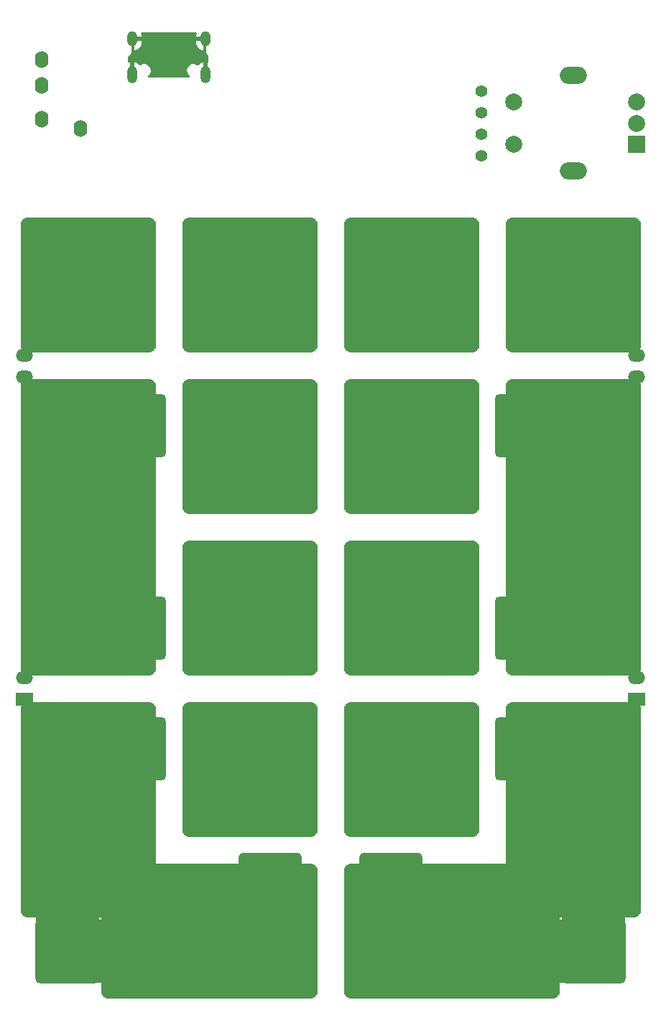
<source format=gbr>
%TF.GenerationSoftware,KiCad,Pcbnew,(6.0.7)*%
%TF.CreationDate,2022-10-13T01:22:27-05:00*%
%TF.ProjectId,Container65PLATE,436f6e74-6169-46e6-9572-3635504c4154,rev?*%
%TF.SameCoordinates,Original*%
%TF.FileFunction,Copper,L1,Top*%
%TF.FilePolarity,Positive*%
%FSLAX46Y46*%
G04 Gerber Fmt 4.6, Leading zero omitted, Abs format (unit mm)*
G04 Created by KiCad (PCBNEW (6.0.7)) date 2022-10-13 01:22:27*
%MOMM*%
%LPD*%
G01*
G04 APERTURE LIST*
G04 Aperture macros list*
%AMRoundRect*
0 Rectangle with rounded corners*
0 $1 Rounding radius*
0 $2 $3 $4 $5 $6 $7 $8 $9 X,Y pos of 4 corners*
0 Add a 4 corners polygon primitive as box body*
4,1,4,$2,$3,$4,$5,$6,$7,$8,$9,$2,$3,0*
0 Add four circle primitives for the rounded corners*
1,1,$1+$1,$2,$3*
1,1,$1+$1,$4,$5*
1,1,$1+$1,$6,$7*
1,1,$1+$1,$8,$9*
0 Add four rect primitives between the rounded corners*
20,1,$1+$1,$2,$3,$4,$5,0*
20,1,$1+$1,$4,$5,$6,$7,0*
20,1,$1+$1,$6,$7,$8,$9,0*
20,1,$1+$1,$8,$9,$2,$3,0*%
G04 Aperture macros list end*
%TA.AperFunction,SMDPad,CuDef*%
%ADD10RoundRect,1.008000X-6.992000X6.992000X-6.992000X-6.992000X6.992000X-6.992000X6.992000X6.992000X0*%
%TD*%
%TA.AperFunction,SMDPad,CuDef*%
%ADD11RoundRect,0.466200X-7.233800X3.233800X-7.233800X-3.233800X7.233800X-3.233800X7.233800X3.233800X0*%
%TD*%
%TA.AperFunction,SMDPad,CuDef*%
%ADD12RoundRect,1.008000X6.992000X-6.992000X6.992000X6.992000X-6.992000X6.992000X-6.992000X-6.992000X0*%
%TD*%
%TA.AperFunction,SMDPad,CuDef*%
%ADD13RoundRect,0.466200X7.233800X-3.233800X7.233800X3.233800X-7.233800X3.233800X-7.233800X-3.233800X0*%
%TD*%
%TA.AperFunction,SMDPad,CuDef*%
%ADD14RoundRect,1.008000X-6.992000X-6.992000X6.992000X-6.992000X6.992000X6.992000X-6.992000X6.992000X0*%
%TD*%
%TA.AperFunction,SMDPad,CuDef*%
%ADD15RoundRect,0.466200X-3.233800X-7.233800X3.233800X-7.233800X3.233800X7.233800X-3.233800X7.233800X0*%
%TD*%
%TA.AperFunction,SMDPad,CuDef*%
%ADD16RoundRect,1.008000X6.992000X6.992000X-6.992000X6.992000X-6.992000X-6.992000X6.992000X-6.992000X0*%
%TD*%
%TA.AperFunction,WasherPad*%
%ADD17O,3.200000X2.000000*%
%TD*%
%TA.AperFunction,ComponentPad*%
%ADD18R,2.000000X2.000000*%
%TD*%
%TA.AperFunction,ComponentPad*%
%ADD19C,2.000000*%
%TD*%
%TA.AperFunction,ComponentPad*%
%ADD20C,1.397000*%
%TD*%
%TA.AperFunction,ComponentPad*%
%ADD21R,2.000000X1.500000*%
%TD*%
%TA.AperFunction,ComponentPad*%
%ADD22O,2.000000X1.500000*%
%TD*%
%TA.AperFunction,ComponentPad*%
%ADD23O,1.600000X2.000000*%
%TD*%
%TA.AperFunction,ComponentPad*%
%ADD24O,1.200000X1.800000*%
%TD*%
%TA.AperFunction,ComponentPad*%
%ADD25O,1.200000X2.000000*%
%TD*%
G04 APERTURE END LIST*
D10*
%TO.P,REF\u002A\u002A,1*%
%TO.N,N/C*%
X49212500Y-115093750D03*
D11*
X50712500Y-127031250D03*
X50712500Y-103156250D03*
%TD*%
D10*
%TO.P,REF\u002A\u002A,1*%
%TO.N,N/C*%
X49212500Y-76993750D03*
D11*
X50712500Y-88931250D03*
X50712500Y-65056250D03*
%TD*%
D12*
%TO.P,REF\u002A\u002A,1*%
%TO.N,N/C*%
X106362500Y-76993750D03*
D13*
X104862500Y-65056250D03*
X104862500Y-88931250D03*
%TD*%
D12*
%TO.P,REF\u002A\u002A,1*%
%TO.N,N/C*%
X106362500Y-115093750D03*
D13*
X104862500Y-103156250D03*
X104862500Y-127031250D03*
%TD*%
D14*
%TO.P,REF\u002A\u002A,1*%
%TO.N,N/C*%
X58737500Y-124618750D03*
D15*
X70675000Y-123118750D03*
X46800000Y-123118750D03*
%TD*%
D14*
%TO.P,REF\u002A\u002A,1*%
%TO.N,N/C*%
X96837500Y-124618750D03*
D15*
X108775000Y-123118750D03*
X84900000Y-123118750D03*
%TD*%
D10*
%TO.P,MX5,1*%
%TO.N,N/C*%
X49212500Y-67468750D03*
%TD*%
D16*
%TO.P,MX15,1*%
%TO.N,N/C*%
X87312500Y-105568750D03*
%TD*%
D10*
%TO.P,MX9,1*%
%TO.N,N/C*%
X49212500Y-86518750D03*
%TD*%
D12*
%TO.P,MX-E-1,1*%
%TO.N,N/C*%
X49212500Y-76993750D03*
%TD*%
D16*
%TO.P,MX3,1*%
%TO.N,N/C*%
X87312500Y-48418750D03*
%TD*%
%TO.P,MX6,1*%
%TO.N,N/C*%
X68262500Y-67468750D03*
%TD*%
D14*
%TO.P,MX-E-4,1*%
%TO.N,N/C*%
X96837500Y-124618750D03*
%TD*%
D12*
%TO.P,MX-E-2,1*%
%TO.N,N/C*%
X106362500Y-76993750D03*
%TD*%
D16*
%TO.P,MX14,1*%
%TO.N,N/C*%
X68262500Y-105568750D03*
%TD*%
%TO.P,MX11,1*%
%TO.N,N/C*%
X87312500Y-86518750D03*
%TD*%
D14*
%TO.P,MX17,1*%
%TO.N,N/C*%
X58737500Y-124618750D03*
%TD*%
D10*
%TO.P,MX16,1*%
%TO.N,N/C*%
X106362500Y-105568750D03*
%TD*%
%TO.P,MX12,1*%
%TO.N,N/C*%
X106362500Y-86518750D03*
%TD*%
D16*
%TO.P,MX18,1*%
%TO.N,N/C*%
X68262500Y-124618750D03*
%TD*%
%TO.P,MX10,1*%
%TO.N,N/C*%
X68262500Y-86518750D03*
%TD*%
D12*
%TO.P,MX20,1*%
%TO.N,N/C*%
X106362500Y-115093750D03*
%TD*%
D10*
%TO.P,MX8,1*%
%TO.N,N/C*%
X106362500Y-67468750D03*
%TD*%
D16*
%TO.P,MX7,1*%
%TO.N,N/C*%
X87312500Y-67468750D03*
%TD*%
%TO.P,MX19,1*%
%TO.N,N/C*%
X87312500Y-124618750D03*
%TD*%
%TO.P,MX4,1*%
%TO.N,N/C*%
X106362500Y-48418750D03*
%TD*%
%TO.P,MX1,1*%
%TO.N,N/C*%
X49212500Y-48418750D03*
%TD*%
D12*
%TO.P,MX-E-3,1*%
%TO.N,N/C*%
X49212500Y-115093750D03*
%TD*%
D10*
%TO.P,MX13,1*%
%TO.N,N/C*%
X49212500Y-105568750D03*
%TD*%
D16*
%TO.P,MX2,1*%
%TO.N,N/C*%
X68262500Y-48418750D03*
%TD*%
D17*
%TO.P,SW1,*%
%TO.N,*%
X106362500Y-34968750D03*
X106362500Y-23768750D03*
D18*
%TO.P,SW1,A,A*%
%TO.N,encB*%
X113862500Y-31868750D03*
D19*
%TO.P,SW1,B,B*%
%TO.N,encA*%
X113862500Y-26868750D03*
%TO.P,SW1,C,C*%
%TO.N,GND*%
X113862500Y-29368750D03*
%TO.P,SW1,S1,S1*%
%TO.N,Net-(D23-Pad2)*%
X99362500Y-26868750D03*
%TO.P,SW1,S2,S2*%
%TO.N,COL3*%
X99362500Y-31868750D03*
%TD*%
D20*
%TO.P,OL1,1,SDA*%
%TO.N,SDA*%
X95517500Y-33178750D03*
%TO.P,OL1,2,SCL*%
%TO.N,SCL*%
X95517500Y-30638750D03*
%TO.P,OL1,3,VCC*%
%TO.N,+3V3*%
X95517500Y-28098750D03*
%TO.P,OL1,4,GND*%
%TO.N,GND*%
X95517500Y-25558750D03*
%TD*%
D21*
%TO.P,J3,1,Pin_1*%
%TO.N,GND*%
X41687500Y-97283750D03*
D22*
%TO.P,J3,2,Pin_2*%
%TO.N,+3V3*%
X41687500Y-94743750D03*
%TD*%
%TO.P,J6,1,Pin_1*%
%TO.N,SDA*%
X113887500Y-59252500D03*
%TO.P,J6,2,Pin_2*%
%TO.N,SCL*%
X113887500Y-56712500D03*
%TD*%
%TO.P,J4,1,Pin_1*%
%TO.N,SDA*%
X41687500Y-59252500D03*
%TO.P,J4,2,Pin_2*%
%TO.N,SCL*%
X41687500Y-56712500D03*
%TD*%
D23*
%TO.P,U7,1,SLEEVE*%
%TO.N,SCL*%
X48337500Y-30000000D03*
%TO.P,U7,2,TIP*%
%TO.N,+3V3*%
X43737500Y-28900000D03*
%TO.P,U7,3,RING1*%
%TO.N,GND*%
X43737500Y-24900000D03*
%TO.P,U7,4,RING2*%
%TO.N,SDA*%
X43737500Y-21900000D03*
%TD*%
D21*
%TO.P,J5,1,Pin_1*%
%TO.N,GND*%
X113887500Y-97293750D03*
D22*
%TO.P,J5,2,Pin_2*%
%TO.N,+3V3*%
X113887500Y-94753750D03*
%TD*%
D24*
%TO.P,U2,0,0*%
%TO.N,GND*%
X54411363Y-19453362D03*
D25*
X63061605Y-23653261D03*
X54411363Y-23653261D03*
D24*
X63061605Y-19453362D03*
%TD*%
%TA.AperFunction,Conductor*%
%TO.N,GND*%
G36*
X61956292Y-18657752D02*
G01*
X62002785Y-18711408D01*
X62012889Y-18781682D01*
X62005037Y-18810848D01*
X61996644Y-18831673D01*
X61993250Y-18843132D01*
X61954748Y-19040290D01*
X61953671Y-19049153D01*
X61953605Y-19051862D01*
X61953605Y-19181247D01*
X61958080Y-19196486D01*
X61959470Y-19197691D01*
X61967153Y-19199362D01*
X62992500Y-19199362D01*
X63060621Y-19219364D01*
X63107114Y-19273020D01*
X63118500Y-19325362D01*
X63118500Y-20597596D01*
X63116951Y-20617291D01*
X63113745Y-20637549D01*
X63115298Y-20647346D01*
X63115298Y-20647765D01*
X63116264Y-20655918D01*
X63129351Y-20821958D01*
X63130506Y-20826767D01*
X63171393Y-20996998D01*
X63172552Y-21001825D01*
X63243355Y-21172720D01*
X63245942Y-21176941D01*
X63245943Y-21176943D01*
X63328665Y-21311914D01*
X63340017Y-21330437D01*
X63382309Y-21379951D01*
X63411342Y-21444737D01*
X63412500Y-21461783D01*
X63412500Y-22052526D01*
X63392498Y-22120647D01*
X63338842Y-22167140D01*
X63321367Y-22172260D01*
X63320106Y-22173351D01*
X63315605Y-22188646D01*
X63315605Y-23781261D01*
X63295603Y-23849382D01*
X63241947Y-23895875D01*
X63189605Y-23907261D01*
X62933605Y-23907261D01*
X62865484Y-23887259D01*
X62818991Y-23833603D01*
X62807605Y-23781261D01*
X62807605Y-22192859D01*
X62803632Y-22179328D01*
X62794206Y-22177973D01*
X62705068Y-22199455D01*
X62693773Y-22203344D01*
X62512223Y-22285890D01*
X62501881Y-22291837D01*
X62339208Y-22407229D01*
X62330180Y-22415022D01*
X62235522Y-22513903D01*
X62173967Y-22549279D01*
X62103057Y-22545760D01*
X62071182Y-22527522D01*
X62070681Y-22528274D01*
X62064587Y-22524210D01*
X62059009Y-22519471D01*
X61901900Y-22439248D01*
X61894794Y-22437509D01*
X61894791Y-22437508D01*
X61790165Y-22411906D01*
X61730550Y-22397318D01*
X61722953Y-22396847D01*
X61721368Y-22396748D01*
X61721355Y-22396748D01*
X61719427Y-22396628D01*
X61592234Y-22396628D01*
X61522704Y-22404734D01*
X61468459Y-22411058D01*
X61468455Y-22411059D01*
X61461189Y-22411906D01*
X61454314Y-22414402D01*
X61454312Y-22414402D01*
X61302246Y-22469600D01*
X61295370Y-22472096D01*
X61289251Y-22476108D01*
X61170011Y-22554285D01*
X61147844Y-22568818D01*
X61026526Y-22696884D01*
X60937924Y-22849424D01*
X60886790Y-23018256D01*
X60875867Y-23194323D01*
X60877107Y-23201539D01*
X60877107Y-23201541D01*
X60893169Y-23295018D01*
X60905741Y-23368181D01*
X60974810Y-23530503D01*
X61079368Y-23672582D01*
X61084944Y-23677319D01*
X61181353Y-23759225D01*
X61220317Y-23818574D01*
X61221010Y-23889567D01*
X61183211Y-23949665D01*
X61118921Y-23979787D01*
X61099773Y-23981250D01*
X56375253Y-23981250D01*
X56307132Y-23961248D01*
X56260639Y-23907592D01*
X56250535Y-23837318D01*
X56280029Y-23772738D01*
X56306168Y-23749878D01*
X56319005Y-23741462D01*
X56319006Y-23741461D01*
X56325124Y-23737450D01*
X56446442Y-23609384D01*
X56535044Y-23456844D01*
X56586178Y-23288012D01*
X56597101Y-23111945D01*
X56581003Y-23018256D01*
X56568467Y-22945302D01*
X56568466Y-22945300D01*
X56567227Y-22938087D01*
X56498158Y-22775765D01*
X56393600Y-22633686D01*
X56362946Y-22607643D01*
X56264740Y-22524210D01*
X56264736Y-22524207D01*
X56259161Y-22519471D01*
X56102052Y-22439248D01*
X56094946Y-22437509D01*
X56094943Y-22437508D01*
X55990317Y-22411906D01*
X55930702Y-22397318D01*
X55923105Y-22396847D01*
X55921520Y-22396748D01*
X55921507Y-22396748D01*
X55919579Y-22396628D01*
X55792386Y-22396628D01*
X55722856Y-22404734D01*
X55668611Y-22411058D01*
X55668607Y-22411059D01*
X55661341Y-22411906D01*
X55654466Y-22414402D01*
X55654464Y-22414402D01*
X55502398Y-22469600D01*
X55495522Y-22472096D01*
X55489403Y-22476108D01*
X55401618Y-22533662D01*
X55333682Y-22554285D01*
X55265382Y-22534905D01*
X55233445Y-22506121D01*
X55221097Y-22490401D01*
X55212864Y-22481755D01*
X55062240Y-22351049D01*
X55052516Y-22344114D01*
X54879896Y-22244251D01*
X54869032Y-22239277D01*
X54680636Y-22173854D01*
X54679647Y-22173613D01*
X54669355Y-22175081D01*
X54665363Y-22188646D01*
X54665363Y-23781261D01*
X54645361Y-23849382D01*
X54591705Y-23895875D01*
X54539363Y-23907261D01*
X54283363Y-23907261D01*
X54215242Y-23887259D01*
X54168749Y-23833603D01*
X54157363Y-23781261D01*
X54157363Y-22192859D01*
X54153390Y-22179328D01*
X54143964Y-22177973D01*
X54054817Y-22199458D01*
X54054516Y-22199561D01*
X54054357Y-22199568D01*
X54048993Y-22200861D01*
X54048744Y-22199827D01*
X53983594Y-22202824D01*
X53922167Y-22167225D01*
X53889738Y-22104067D01*
X53887500Y-22080424D01*
X53887500Y-21637871D01*
X53907502Y-21569750D01*
X53931672Y-21542058D01*
X54014806Y-21471058D01*
X54134943Y-21330408D01*
X54212273Y-21204235D01*
X54229013Y-21176921D01*
X54229014Y-21176919D01*
X54231601Y-21172698D01*
X54302401Y-21001810D01*
X54304156Y-20994506D01*
X54342944Y-20833010D01*
X54345600Y-20821951D01*
X54346245Y-20813764D01*
X54665363Y-20813764D01*
X54669336Y-20827295D01*
X54678762Y-20828650D01*
X54767900Y-20807168D01*
X54779195Y-20803279D01*
X54960745Y-20720733D01*
X54971087Y-20714786D01*
X55133760Y-20599394D01*
X55142788Y-20591601D01*
X55280705Y-20447531D01*
X55288101Y-20438166D01*
X55396284Y-20270621D01*
X55401780Y-20260017D01*
X55476324Y-20075050D01*
X55479718Y-20063592D01*
X55518220Y-19866434D01*
X55519297Y-19857571D01*
X55519363Y-19854862D01*
X55519363Y-19803194D01*
X61953605Y-19803194D01*
X61953890Y-19809170D01*
X61968076Y-19957856D01*
X61970335Y-19969590D01*
X62026477Y-20160961D01*
X62030907Y-20172037D01*
X62122224Y-20349340D01*
X62128674Y-20359386D01*
X62251867Y-20516219D01*
X62260104Y-20524868D01*
X62410728Y-20655574D01*
X62420452Y-20662509D01*
X62593072Y-20762372D01*
X62603936Y-20767346D01*
X62792332Y-20832769D01*
X62793321Y-20833010D01*
X62803613Y-20831542D01*
X62807605Y-20817977D01*
X62807605Y-19725477D01*
X62803130Y-19710238D01*
X62801740Y-19709033D01*
X62794057Y-19707362D01*
X61971720Y-19707362D01*
X61956481Y-19711837D01*
X61955276Y-19713227D01*
X61953605Y-19720910D01*
X61953605Y-19803194D01*
X55519363Y-19803194D01*
X55519363Y-19725477D01*
X55514888Y-19710238D01*
X55513498Y-19709033D01*
X55505815Y-19707362D01*
X54683478Y-19707362D01*
X54668239Y-19711837D01*
X54667034Y-19713227D01*
X54665363Y-19720910D01*
X54665363Y-20813764D01*
X54346245Y-20813764D01*
X54354176Y-20713139D01*
X54355156Y-20706447D01*
X54356016Y-20703998D01*
X54356500Y-20698409D01*
X54356500Y-20688603D01*
X54356890Y-20678702D01*
X54358635Y-20656563D01*
X54359702Y-20647552D01*
X54359702Y-20647344D01*
X54361255Y-20637549D01*
X54358049Y-20617291D01*
X54356500Y-20597596D01*
X54356500Y-19325362D01*
X54376502Y-19257241D01*
X54430158Y-19210748D01*
X54482500Y-19199362D01*
X55501248Y-19199362D01*
X55516487Y-19194887D01*
X55517692Y-19193497D01*
X55519363Y-19185814D01*
X55519363Y-19103530D01*
X55519078Y-19097554D01*
X55504892Y-18948868D01*
X55502634Y-18937137D01*
X55462173Y-18799220D01*
X55462190Y-18728223D01*
X55500588Y-18668506D01*
X55565176Y-18639028D01*
X55583078Y-18637750D01*
X61888171Y-18637750D01*
X61956292Y-18657752D01*
G37*
%TD.AperFunction*%
%TD*%
M02*

</source>
